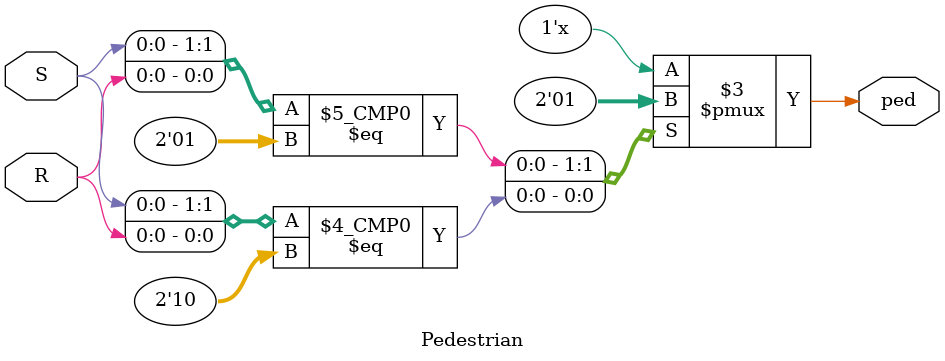
<source format=sv>
`default_nettype none
module Pedestrian (
	input  logic S,
	input  logic R,
	output logic ped
	);
	always_comb 
		case ({S, R})
			2'b00: ped = ped;
			2'b01: ped = 0;
			2'b10: ped = 1;
			2'b11: ped = 1'bx;
		endcase
endmodule

</source>
